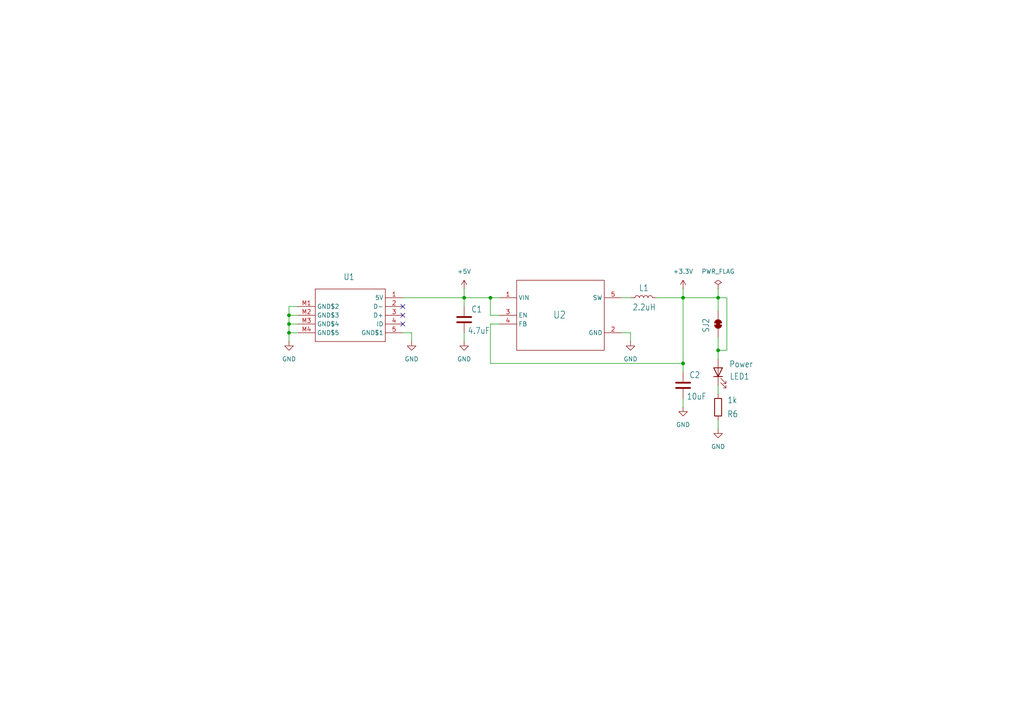
<source format=kicad_sch>
(kicad_sch (version 20231120) (generator "eeschema") (generator_version "8.0")
  (paper "A4")
  (lib_symbols
    (symbol "Device:C" (pin_numbers hide) (pin_names (offset 0.254))
      (property "Reference" "C" (at 0.635 2.54 0))
      (property "Value" "C" (at 0.635 -2.54 0))
      (symbol "C_0_1"
        (polyline (pts (xy -2.032 -0.762) (xy 2.032 -0.762)) (stroke (width 0.508)))
        (polyline (pts (xy -2.032 0.762) (xy 2.032 0.762)) (stroke (width 0.508)))
      )
      (symbol "C_1_1"
        (pin passive line (at 0 3.81 270) (length 2.794) (name "~") (number "1"))
        (pin passive line (at 0 -3.81 90) (length 2.794) (name "~") (number "2"))
      )
    )
    (symbol "Device:L" (pin_numbers hide) (pin_names (offset 1.016) hide)
      (property "Reference" "L" (at -1.27 0 90))
      (property "Value" "L" (at 1.905 0 90))
      (symbol "L_0_1"
        (arc (start 0 -2.54) (mid 0.6323 -1.905) (end 0 -1.27))
        (arc (start 0 -1.27) (mid 0.6323 -0.635) (end 0 0))
        (arc (start 0 0) (mid 0.6323 0.635) (end 0 1.27))
        (arc (start 0 1.27) (mid 0.6323 1.905) (end 0 2.54))
      )
      (symbol "L_1_1"
        (pin passive line (at 0 3.81 270) (length 1.27) (name "1") (number "1"))
        (pin passive line (at 0 -3.81 90) (length 1.27) (name "2") (number "2"))
      )
    )
    (symbol "Device:LED" (pin_numbers hide) (pin_names (offset 1.016) hide)
      (property "Reference" "D" (at 0 2.54 0))
      (property "Value" "LED" (at 0 -2.54 0))
      (symbol "LED_0_1"
        (polyline (pts (xy -1.27 -1.27) (xy -1.27 1.27)) (stroke (width 0.254)))
        (polyline (pts (xy -1.27 0) (xy 1.27 0)))
        (polyline (pts (xy 1.27 -1.27) (xy 1.27 1.27) (xy -1.27 0) (xy 1.27 -1.27)) (stroke (width 0.254)))
        (polyline (pts (xy -3.048 -0.762) (xy -4.572 -2.286) (xy -3.81 -2.286) (xy -4.572 -2.286) (xy -4.572 -1.524)))
        (polyline (pts (xy -1.778 -0.762) (xy -3.302 -2.286) (xy -2.54 -2.286) (xy -3.302 -2.286) (xy -3.302 -1.524)))
      )
      (symbol "LED_1_1"
        (pin passive line (at -3.81 0 0) (length 2.54) (name "K") (number "1"))
        (pin passive line (at 3.81 0 180) (length 2.54) (name "A") (number "2"))
      )
    )
    (symbol "Device:R" (pin_numbers hide) (pin_names (offset 0))
      (property "Reference" "R" (at 2.032 0 90))
      (property "Value" "R" (at 0 0 90))
      (symbol "R_0_1"
        (rectangle (start -1.016 -2.54) (end 1.016 2.54) (stroke (width 0.254)))
      )
      (symbol "R_1_1"
        (pin passive line (at 0 3.81 270) (length 1.27) (name "~") (number "1"))
        (pin passive line (at 0 -3.81 90) (length 1.27) (name "~") (number "2"))
      )
    )
    (symbol "Jumper:SolderJumper_2_Bridged" (pin_numbers hide) (pin_names (offset 0) hide) (exclude_from_sim yes) (in_bom no)
      (property "Reference" "JP" (at 0 2.032 0))
      (property "Value" "SolderJumper_2_Bridged" (at 0 -2.54 0))
      (symbol "SolderJumper_2_Bridged_0_1"
        (rectangle (start -0.508 0.508) (end 0.508 -0.508) (fill (type outline)))
        (arc (start -0.254 1.016) (mid -1.2656 0) (end -0.254 -1.016))
        (arc (start -0.254 1.016) (mid -1.2656 0) (end -0.254 -1.016) (fill (type outline)))
        (polyline (pts (xy -0.254 1.016) (xy -0.254 -1.016)))
        (polyline (pts (xy 0.254 1.016) (xy 0.254 -1.016)))
        (arc (start 0.254 -1.016) (mid 1.2656 0) (end 0.254 1.016))
        (arc (start 0.254 -1.016) (mid 1.2656 0) (end 0.254 1.016) (fill (type outline)))
      )
      (symbol "SolderJumper_2_Bridged_1_1"
        (pin passive line (at -3.81 0 0) (length 2.54) (name "A") (number "1"))
        (pin passive line (at 3.81 0 180) (length 2.54) (name "B") (number "2"))
      )
    )
    (symbol "controller:10118194-MICRO-USB"
      (symbol "10118194-MICRO-USB_1_0"
        (polyline (pts (xy -10.16 -7.62) (xy 10.16 -7.62)) (stroke (width 0.1524)))
        (polyline (pts (xy -10.16 7.62) (xy -10.16 -7.62)) (stroke (width 0.1524)))
        (polyline (pts (xy 10.16 -7.62) (xy 10.16 7.62)) (stroke (width 0.1524)))
        (polyline (pts (xy 10.16 7.62) (xy -10.16 7.62)) (stroke (width 0.1524)))
        (pin power_out line (at -15.24 5.08 0) (length 5.08) (name "5V") (number "1"))
        (pin bidirectional line (at -15.24 2.54 0) (length 5.08) (name "D-") (number "2"))
        (pin bidirectional line (at -15.24 0 0) (length 5.08) (name "D+") (number "3"))
        (pin bidirectional line (at -15.24 -2.54 0) (length 5.08) (name "ID") (number "4"))
        (pin power_out line (at -15.24 -5.08 0) (length 5.08) (name "GND$1") (number "5"))
        (pin passive line (at 15.24 2.54 180) (length 5.08) (name "GND$2") (number "M1"))
        (pin passive line (at 15.24 0 180) (length 5.08) (name "GND$3") (number "M2"))
        (pin passive line (at 15.24 -2.54 180) (length 5.08) (name "GND$4") (number "M3"))
        (pin passive line (at 15.24 -5.08 180) (length 5.08) (name "GND$5") (number "M4"))
      )
    )
    (symbol "controller:LM3671MF-3.3/NOPBMF05A-M"
      (symbol "LM3671MF-3.3/NOPBMF05A-M_1_0"
        (polyline (pts (xy 7.62 -15.24) (xy 33.02 -15.24)) (stroke (width 0.1524)))
        (polyline (pts (xy 7.62 5.08) (xy 7.62 -15.24)) (stroke (width 0.1524)))
        (polyline (pts (xy 33.02 -15.24) (xy 33.02 5.08)) (stroke (width 0.1524)))
        (polyline (pts (xy 33.02 5.08) (xy 7.62 5.08)) (stroke (width 0.1524)))
        (pin power_in line (at 2.54 0 0) (length 5.08) (name "VIN") (number "1"))
        (pin passive line (at 38.1 -10.16 180) (length 5.08) (name "GND") (number "2"))
        (pin passive line (at 2.54 -5.08 0) (length 5.08) (name "EN") (number "3"))
        (pin passive line (at 2.54 -7.62 0) (length 5.08) (name "FB") (number "4"))
        (pin power_out line (at 38.1 0 180) (length 5.08) (name "SW") (number "5"))
      )
    )
    (symbol "power:+3.3V" (power) (pin_numbers hide) (pin_names (offset 0) hide)
      (property "Value" "+3.3V" (at 0 3.556 0))
      (symbol "+3.3V_0_1"
        (polyline (pts (xy -0.762 1.27) (xy 0 2.54)))
        (polyline (pts (xy 0 0) (xy 0 2.54)))
        (polyline (pts (xy 0 2.54) (xy 0.762 1.27)))
      )
      (symbol "+3.3V_1_1"
        (pin power_in line (at 0 0 90) (length 0) (name "~") (number "1"))
      )
    )
    (symbol "power:+5V" (power) (pin_numbers hide) (pin_names (offset 0) hide)
      (property "Value" "+5V" (at 0 3.556 0))
      (symbol "+5V_0_1"
        (polyline (pts (xy -0.762 1.27) (xy 0 2.54)))
        (polyline (pts (xy 0 0) (xy 0 2.54)))
        (polyline (pts (xy 0 2.54) (xy 0.762 1.27)))
      )
      (symbol "+5V_1_1"
        (pin power_in line (at 0 0 90) (length 0) (name "~") (number "1"))
      )
    )
    (symbol "power:GND" (power) (pin_numbers hide) (pin_names (offset 0) hide)
      (property "Value" "GND" (at 0 -3.81 0))
      (symbol "GND_0_1"
        (polyline (pts (xy 0 0) (xy 0 -1.27) (xy 1.27 -1.27) (xy 0 -2.54) (xy -1.27 -1.27) (xy 0 -1.27)))
      )
      (symbol "GND_1_1"
        (pin power_in line (at 0 0 270) (length 0) (name "~") (number "1"))
      )
    )
    (symbol "power:PWR_FLAG" (power) (pin_numbers hide) (pin_names (offset 0) hide)
      (property "Value" "PWR_FLAG" (at 0 3.81 0))
      (symbol "PWR_FLAG_0_0"
        (pin power_out line (at 0 0 90) (length 0) (name "~") (number "1"))
      )
      (symbol "PWR_FLAG_0_1"
        (polyline (pts (xy 0 0) (xy 0 1.27) (xy -1.016 1.905) (xy 0 2.54) (xy 1.016 1.905) (xy 0 1.27)))
      )
    )
  )
  (junction (at 83.82 91.44))
  (junction (at 83.82 93.98))
  (junction (at 198.12 105.41))
  (junction (at 134.62 86.36))
  (junction (at 208.28 86.36))
  (junction (at 83.82 96.52))
  (junction (at 208.28 101.6))
  (junction (at 142.24 86.36))
  (junction (at 198.12 86.36))
  (no_connect (at 116.84 91.44))
  (no_connect (at 116.84 93.98))
  (no_connect (at 116.84 88.9))
  (wire (pts (xy 142.24 105.41) (xy 198.12 105.41)) (stroke (width 0.1524)))
  (wire (pts (xy 198.12 115.57) (xy 198.12 118.11)) (stroke (width 0.1524)))
  (wire (pts (xy 180.34 96.52) (xy 182.88 96.52)) (stroke (width 0.1524)))
  (wire (pts (xy 116.84 86.36) (xy 134.62 86.36)) (stroke (width 0.1524)))
  (wire (pts (xy 208.28 86.36) (xy 208.28 90.17)) (stroke (width 0.1524)))
  (wire (pts (xy 210.82 86.36) (xy 210.82 101.6)) (stroke (width 0.1524)))
  (wire (pts (xy 198.12 107.95) (xy 198.12 105.41)) (stroke (width 0.1524)))
  (wire (pts (xy 208.28 101.6) (xy 208.28 104.14)) (stroke (width 0.1524)))
  (wire (pts (xy 208.28 114.3) (xy 208.28 111.76)) (stroke (width 0.1524)))
  (wire (pts (xy 198.12 83.82) (xy 198.12 86.36)) (stroke (width 0.1524)))
  (wire (pts (xy 119.38 96.52) (xy 119.38 99.06)) (stroke (width 0.1524)))
  (wire (pts (xy 144.78 93.98) (xy 142.24 93.98)) (stroke (width 0.1524)))
  (wire (pts (xy 83.82 91.44) (xy 83.82 93.98)) (stroke (width 0.1524)))
  (wire (pts (xy 198.12 105.41) (xy 198.12 86.36)) (stroke (width 0.1524)))
  (wire (pts (xy 86.36 88.9) (xy 83.82 88.9)) (stroke (width 0.1524)))
  (wire (pts (xy 190.5 86.36) (xy 198.12 86.36)) (stroke (width 0.1524)))
  (wire (pts (xy 142.24 91.44) (xy 142.24 86.36)) (stroke (width 0.1524)))
  (wire (pts (xy 134.62 99.06) (xy 134.62 96.52)) (stroke (width 0.1524)))
  (wire (pts (xy 208.28 121.92) (xy 208.28 124.46)) (stroke (width 0.1524)))
  (wire (pts (xy 134.62 86.36) (xy 134.62 88.9)) (stroke (width 0.1524)))
  (wire (pts (xy 83.82 88.9) (xy 83.82 91.44)) (stroke (width 0.1524)))
  (wire (pts (xy 198.12 86.36) (xy 208.28 86.36)) (stroke (width 0.1524)))
  (wire (pts (xy 144.78 91.44) (xy 142.24 91.44)) (stroke (width 0.1524)))
  (wire (pts (xy 83.82 96.52) (xy 83.82 99.06)) (stroke (width 0.1524)))
  (wire (pts (xy 210.82 101.6) (xy 208.28 101.6)) (stroke (width 0.1524)))
  (wire (pts (xy 86.36 96.52) (xy 83.82 96.52)) (stroke (width 0.1524)))
  (wire (pts (xy 208.28 83.82) (xy 208.28 86.36)))
  (wire (pts (xy 180.34 86.36) (xy 182.88 86.36)) (stroke (width 0.1524)))
  (wire (pts (xy 208.28 97.79) (xy 208.28 101.6)) (stroke (width 0.1524)))
  (wire (pts (xy 208.28 86.36) (xy 210.82 86.36)) (stroke (width 0.1524)))
  (wire (pts (xy 116.84 96.52) (xy 119.38 96.52)) (stroke (width 0.1524)))
  (wire (pts (xy 86.36 91.44) (xy 83.82 91.44)) (stroke (width 0.1524)))
  (wire (pts (xy 182.88 96.52) (xy 182.88 99.06)) (stroke (width 0.1524)))
  (wire (pts (xy 134.62 83.82) (xy 134.62 86.36)) (stroke (width 0.1524)))
  (wire (pts (xy 86.36 93.98) (xy 83.82 93.98)) (stroke (width 0.1524)))
  (wire (pts (xy 142.24 93.98) (xy 142.24 105.41)) (stroke (width 0.1524)))
  (wire (pts (xy 83.82 93.98) (xy 83.82 96.52)) (stroke (width 0.1524)))
  (wire (pts (xy 144.78 86.36) (xy 142.24 86.36)) (stroke (width 0.1524)))
  (wire (pts (xy 134.62 86.36) (xy 142.24 86.36)) (stroke (width 0.1524)))
  (symbol (lib_id "power:+3.3V") (at 198.12 83.82 0) (unit 1)
    (property "Reference" "#PWR07" (effects (hide yes)))
    (property "Value" "+3.3V" (at 198.12 78.74 0))
    (property "Description" "Power symbol creates a global label with name \"+3.3V\"" (effects (hide yes)))
  )
  (symbol (lib_id "controller:10118194-MICRO-USB") (at 101.6 91.44 0) (mirror y) (unit 1)
    (property "Reference" "U1" (at 102.87 81.28 0) (effects (font (size 1.778 1.5113)) (justify left bottom)))
    (property "Value" "10118194-MICRO-USB" (effects (hide yes)))
    (property "Footprint" "controller:10118194-MICRO-USB" (effects (hide yes)))
  )
  (symbol (lib_id "Device:C") (at 198.12 111.76 0) (unit 1)
    (property "Reference" "C2" (at 199.898 109.728 0) (effects (font (size 1.778 1.5113)) (justify left bottom)))
    (property "Value" "10uF" (at 199.136 115.951 0) (effects (font (size 1.778 1.5113)) (justify left bottom)))
    (property "Footprint" "Capacitor_SMD:C_0805_2012Metric_Pad1.18x1.45mm_HandSolder" (effects (hide yes)))
    (property "Description" "Unpolarized capacitor" (effects (hide yes)))
  )
  (symbol (lib_id "power:GND") (at 208.28 124.46 0) (unit 1)
    (property "Reference" "#PWR05" (effects (hide yes)))
    (property "Value" "GND" (at 208.28 129.54 0))
    (property "Description" "Power symbol creates a global label with name \"GND\" , ground" (effects (hide yes)))
  )
  (symbol (lib_id "power:+5V") (at 134.62 83.82 0) (unit 1)
    (property "Reference" "#PWR06" (effects (hide yes)))
    (property "Value" "+5V" (at 134.62 78.74 0))
    (property "Description" "Power symbol creates a global label with name \"+5V\"" (effects (hide yes)))
  )
  (symbol (lib_id "Device:R") (at 208.28 118.11 180) (unit 1)
    (property "Reference" "R6" (at 214.122 119.126 0) (effects (font (size 1.778 1.5113)) (justify left bottom)))
    (property "Value" "1k" (at 213.868 115.062 0) (effects (font (size 1.778 1.5113)) (justify left bottom)))
    (property "Footprint" "Resistor_SMD:R_0805_2012Metric_Pad1.20x1.40mm_HandSolder" (effects (hide yes)))
    (property "Description" "Resistor" (effects (hide yes)))
  )
  (symbol (lib_id "power:GND") (at 119.38 99.06 0) (unit 1)
    (property "Reference" "#PWR02" (effects (hide yes)))
    (property "Value" "GND" (at 119.38 104.14 0))
    (property "Description" "Power symbol creates a global label with name \"GND\" , ground" (effects (hide yes)))
  )
  (symbol (lib_id "power:GND") (at 182.88 99.06 0) (unit 1)
    (property "Reference" "#PWR035" (effects (hide yes)))
    (property "Value" "GND" (at 182.88 104.14 0))
    (property "Description" "Power symbol creates a global label with name \"GND\" , ground" (effects (hide yes)))
  )
  (symbol (lib_id "Device:LED") (at 208.28 107.95 90) (unit 1)
    (property "Reference" "LED1" (at 217.424 108.204 90) (effects (font (size 1.778 1.5113)) (justify left bottom)))
    (property "Value" "Power" (at 218.44 104.648 90) (effects (font (size 1.778 1.5113)) (justify left bottom)))
    (property "Footprint" "LED_SMD:LED_0805_2012Metric_Pad1.15x1.40mm_HandSolder" (effects (hide yes)))
    (property "Description" "Light emitting diode" (effects (hide yes)))
  )
  (symbol (lib_id "power:GND") (at 134.62 99.06 0) (unit 1)
    (property "Reference" "#PWR03" (effects (hide yes)))
    (property "Value" "GND" (at 134.62 104.14 0))
    (property "Description" "Power symbol creates a global label with name \"GND\" , ground" (effects (hide yes)))
  )
  (symbol (lib_id "power:GND") (at 198.12 118.11 0) (unit 1)
    (property "Reference" "#PWR04" (effects (hide yes)))
    (property "Value" "GND" (at 198.12 123.19 0))
    (property "Description" "Power symbol creates a global label with name \"GND\" , ground" (effects (hide yes)))
  )
  (symbol (lib_id "power:GND") (at 83.82 99.06 0) (unit 1)
    (property "Reference" "#PWR01" (effects (hide yes)))
    (property "Value" "GND" (at 83.82 104.14 0))
    (property "Description" "Power symbol creates a global label with name \"GND\" , ground" (effects (hide yes)))
  )
  (symbol (lib_id "controller:LM3671MF-3.3/NOPBMF05A-M") (at 142.24 86.36 0) (unit 1)
    (property "Reference" "U2" (at 160.3756 92.4814 0) (effects (font (size 2.0828 1.7703)) (justify left bottom)))
    (property "Value" "LM3671MF-3.3/NOPBMF05A-M" (effects (hide yes)))
    (property "Footprint" "controller:MF05A-M" (effects (hide yes)))
  )
  (symbol (lib_id "Device:L") (at 186.69 86.36 90) (unit 1)
    (property "Reference" "L1" (at 188.214 82.55 90) (effects (font (size 1.778 1.5113)) (justify left bottom)))
    (property "Value" "2.2uH" (at 190.246 88.138 90) (effects (font (size 1.778 1.5113)) (justify left bottom)))
    (property "Footprint" "Inductor_SMD:L_0805_2012Metric_Pad1.05x1.20mm_HandSolder" (effects (hide yes)))
    (property "Description" "Inductor" (effects (hide yes)))
  )
  (symbol (lib_id "Jumper:SolderJumper_2_Bridged") (at 208.28 93.98 90) (unit 1)
    (property "Reference" "SJ2" (at 205.74 96.52 0) (effects (font (size 1.778 1.5113)) (justify left bottom)))
    (property "Value" "SJ" (effects (hide yes)))
    (property "Footprint" "Jumper:SolderJumper-2_P1.3mm_Bridged_RoundedPad1.0x1.5mm" (effects (hide yes)))
    (property "Description" "Solder Jumper, 2-pole, closed/bridged" (effects (hide yes)))
  )
  (symbol (lib_id "power:PWR_FLAG") (at 208.28 83.82 0) (unit 1)
    (property "Reference" "#FLG01" (effects (hide yes)))
    (property "Value" "PWR_FLAG" (at 208.28 78.74 0))
    (property "Description" "Special symbol for telling ERC where power comes from" (effects (hide yes)))
  )
  (symbol (lib_id "Device:C") (at 134.62 92.71 0) (unit 1)
    (property "Reference" "C1" (at 136.652 90.678 0) (effects (font (size 1.778 1.5113)) (justify left bottom)))
    (property "Value" "4.7uF" (at 135.636 96.901 0) (effects (font (size 1.778 1.5113)) (justify left bottom)))
    (property "Footprint" "Capacitor_SMD:C_0805_2012Metric_Pad1.18x1.45mm_HandSolder" (effects (hide yes)))
    (property "Description" "Unpolarized capacitor" (effects (hide yes)))
  )
)
</source>
